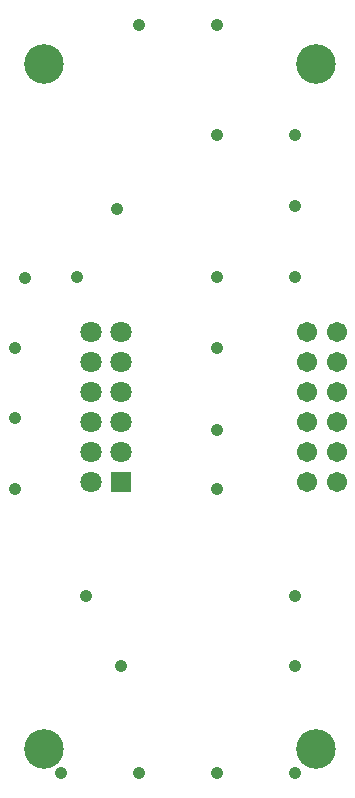
<source format=gbr>
G04 DesignSpark PCB PRO Gerber Version 10.0 Build 5299*
G04 #@! TF.Part,Single*
G04 #@! TF.FileFunction,Soldermask,Bot*
G04 #@! TF.FilePolarity,Negative*
%FSLAX35Y35*%
%MOIN*%
G04 #@! TA.AperFunction,ComponentPad*
%ADD26R,0.07096X0.07096*%
G04 #@! TA.AperFunction,ViaPad*
%ADD23C,0.04143*%
G04 #@! TA.AperFunction,ComponentPad*
%ADD25C,0.06702*%
%ADD27C,0.07096*%
G04 #@! TA.AperFunction,WasherPad*
%ADD24C,0.13198*%
G04 #@! TD.AperFunction*
X0Y0D02*
D02*
D23*
X18110Y110630D03*
Y134252D03*
Y157874D03*
X21654Y181102D03*
X33465Y16142D03*
X38976Y181496D03*
X41732Y75197D03*
X52362Y203937D03*
X53543Y51575D03*
X59449Y16142D03*
Y265354D03*
X85433Y16142D03*
Y110630D03*
Y130315D03*
Y157874D03*
Y181496D03*
Y228740D03*
Y265354D03*
X111417Y16142D03*
Y51575D03*
Y75197D03*
Y181496D03*
Y205118D03*
Y228740D03*
D02*
D24*
X27953Y24016D03*
Y252362D03*
X118504Y24016D03*
Y252362D03*
D02*
D25*
X115591Y113189D03*
Y123189D03*
Y133189D03*
Y143189D03*
Y153189D03*
Y163189D03*
X125591Y113189D03*
Y123189D03*
Y133189D03*
Y143189D03*
Y153189D03*
Y163189D03*
D02*
D26*
X53543Y113189D03*
D02*
D27*
X43543D03*
Y123189D03*
Y133189D03*
Y143189D03*
Y153189D03*
Y163189D03*
X53543Y123189D03*
Y133189D03*
Y143189D03*
Y153189D03*
Y163189D03*
X0Y0D02*
M02*

</source>
